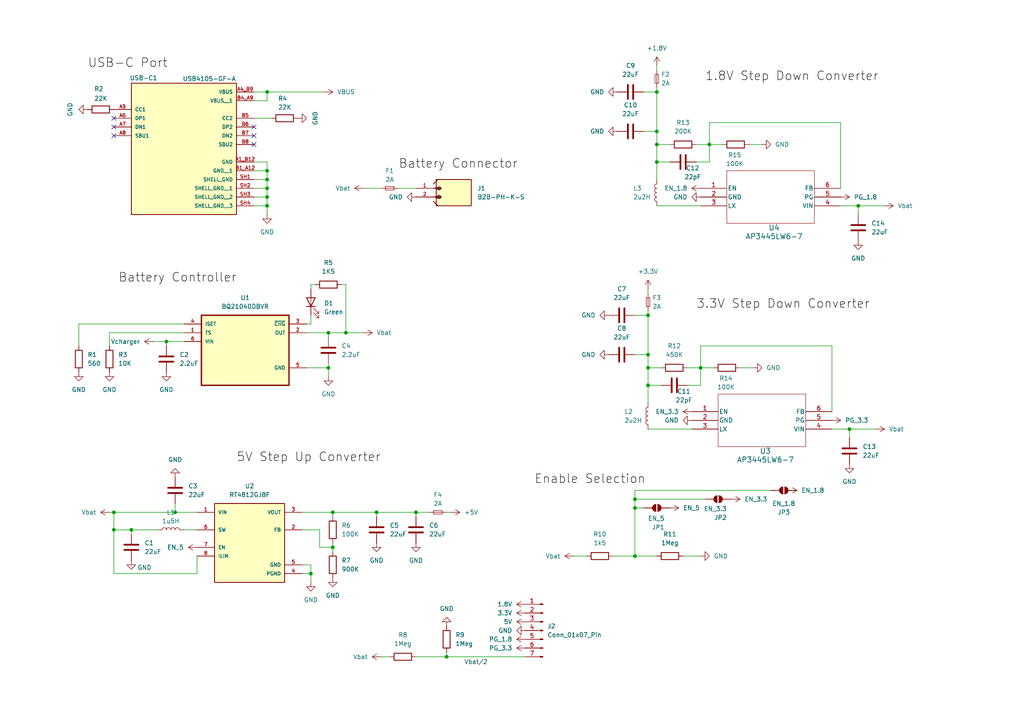
<source format=kicad_sch>
(kicad_sch (version 20250114) (generator "eeschema") (generator_version "9.0")
  (paper "A4")
  (lib_symbols
    (symbol "2025-11-28_22-50-25:AP3445LW6-7" (pin_names (offset 0.254))
      (property "Reference" "U" (at 20.32 10.16 0))
      (property "Value" "AP3445LW6-7" (at 20.32 7.62 0))
      (symbol "AP3445LW6-7_0_1"
        (polyline (pts (xy 7.62 5.08) (xy 7.62 -10.16)) (stroke (width 0.127)))
        (polyline (pts (xy 7.62 -10.16) (xy 33.02 -10.16)) (stroke (width 0.127)))
        (polyline (pts (xy 33.02 5.08) (xy 7.62 5.08)) (stroke (width 0.127)))
        (polyline (pts (xy 33.02 -10.16) (xy 33.02 5.08)) (stroke (width 0.127)))
        (pin input line (at 0 0 0) (length 7.62) (name "EN") (number "1"))
        (pin power_out line (at 0 -2.54 0) (length 7.62) (name "GND") (number "2"))
        (pin unspecified line (at 0 -5.08 0) (length 7.62) (name "LX") (number "3"))
        (pin unspecified line (at 40.64 0 180) (length 7.62) (name "FB") (number "6"))
        (pin output line (at 40.64 -2.54 180) (length 7.62) (name "PG") (number "5"))
        (pin input line (at 40.64 -5.08 180) (length 7.62) (name "VIN") (number "4"))
      )
    )
    (symbol "B2B-PH-K-S:B2B-PH-K-S" (pin_names (offset 1.016))
      (property "Reference" "J" (at -5.58 5.08 0))
      (property "Value" "B2B-PH-K-S" (at -5.08 -5.08 0))
      (symbol "B2B-PH-K-S_0_0"
        (polyline (pts (xy -5.08 3.81) (xy -3.81 5.08)) (stroke (width 0.254)))
        (polyline (pts (xy -5.08 2.54) (xy -3.175 2.54)) (stroke (width 0.254)))
        (polyline (pts (xy -5.08 0) (xy -3.175 0)) (stroke (width 0.254)))
        (polyline (pts (xy -5.08 -1.27) (xy -3.81 -2.54)) (stroke (width 0.254)))
        (rectangle (start -4.445 2.2225) (end -2.8575 2.8575) (stroke (width 0.1)) (fill (type outline)))
        (rectangle (start -4.445 -0.3175) (end -2.8575 0.3175) (stroke (width 0.1)) (fill (type outline)))
        (rectangle (start -4.2863 -2.54) (end 5.8738 5.08) (stroke (width 0.254)) (fill (type background)))
        (pin passive line (at -10.16 2.54 0) (length 5.08) (name "1") (number "1"))
        (pin passive line (at -10.16 0 0) (length 5.08) (name "2") (number "2"))
      )
    )
    (symbol "BQ21040DBVR:BQ21040DBVR" (pin_names (offset 1.016))
      (property "Reference" "U" (at -12.7 11.16 0))
      (property "Value" "BQ21040DBVR" (at -12.7 -14.16 0))
      (symbol "BQ21040DBVR_0_0"
        (rectangle (start -12.7 -10.16) (end 12.7 10.16) (stroke (width 0.41)) (fill (type background)))
        (pin input line (at -17.78 7.62 0) (length 5.08) (name "ISET") (number "4"))
        (pin input line (at -17.78 5.08 0) (length 5.08) (name "TS") (number "1"))
        (pin input line (at -17.78 2.54 0) (length 5.08) (name "VIN") (number "6"))
        (pin output line (at 17.78 7.62 180) (length 5.08) (name "~{CHG}") (number "3"))
        (pin output line (at 17.78 5.08 180) (length 5.08) (name "OUT") (number "2"))
        (pin power_in line (at 17.78 -5.08 180) (length 5.08) (name "GND") (number "5"))
      )
    )
    (symbol "Connector:Conn_01x07_Pin" (pin_names (offset 1.016) (hide yes))
      (property "Reference" "J" (at 0 10.16 0))
      (property "Value" "Conn_01x07_Pin" (at 0 -10.16 0))
      (symbol "Conn_01x07_Pin_1_1"
        (rectangle (start 0.8636 7.747) (end 0 7.493) (stroke (width 0.1524)) (fill (type outline)))
        (rectangle (start 0.8636 5.207) (end 0 4.953) (stroke (width 0.1524)) (fill (type outline)))
        (rectangle (start 0.8636 2.667) (end 0 2.413) (stroke (width 0.1524)) (fill (type outline)))
        (rectangle (start 0.8636 0.127) (end 0 -0.127) (stroke (width 0.1524)) (fill (type outline)))
        (rectangle (start 0.8636 -2.413) (end 0 -2.667) (stroke (width 0.1524)) (fill (type outline)))
        (rectangle (start 0.8636 -4.953) (end 0 -5.207) (stroke (width 0.1524)) (fill (type outline)))
        (rectangle (start 0.8636 -7.493) (end 0 -7.747) (stroke (width 0.1524)) (fill (type outline)))
        (polyline (pts (xy 1.27 7.62) (xy 0.8636 7.62)) (stroke (width 0.1524)))
        (polyline (pts (xy 1.27 5.08) (xy 0.8636 5.08)) (stroke (width 0.1524)))
        (polyline (pts (xy 1.27 2.54) (xy 0.8636 2.54)) (stroke (width 0.1524)))
        (polyline (pts (xy 1.27 0) (xy 0.8636 0)) (stroke (width 0.1524)))
        (polyline (pts (xy 1.27 -2.54) (xy 0.8636 -2.54)) (stroke (width 0.1524)))
        (polyline (pts (xy 1.27 -5.08) (xy 0.8636 -5.08)) (stroke (width 0.1524)))
        (polyline (pts (xy 1.27 -7.62) (xy 0.8636 -7.62)) (stroke (width 0.1524)))
        (pin passive line (at 5.08 7.62 180) (length 3.81) (name "Pin_1") (number "1"))
        (pin passive line (at 5.08 5.08 180) (length 3.81) (name "Pin_2") (number "2"))
        (pin passive line (at 5.08 2.54 180) (length 3.81) (name "Pin_3") (number "3"))
        (pin passive line (at 5.08 0 180) (length 3.81) (name "Pin_4") (number "4"))
        (pin passive line (at 5.08 -2.54 180) (length 3.81) (name "Pin_5") (number "5"))
        (pin passive line (at 5.08 -5.08 180) (length 3.81) (name "Pin_6") (number "6"))
        (pin passive line (at 5.08 -7.62 180) (length 3.81) (name "Pin_7") (number "7"))
      )
    )
    (symbol "Device:C" (pin_numbers (hide yes)) (pin_names (offset 0.254))
      (property "Reference" "C" (at 0.635 2.54 0))
      (property "Value" "C" (at 0.635 -2.54 0))
      (symbol "C_0_1"
        (polyline (pts (xy -2.032 0.762) (xy 2.032 0.762)) (stroke (width 0.508)))
        (polyline (pts (xy -2.032 -0.762) (xy 2.032 -0.762)) (stroke (width 0.508)))
      )
      (symbol "C_1_1"
        (pin passive line (at 0 3.81 270) (length 2.794) (name "~") (number "1"))
        (pin passive line (at 0 -3.81 90) (length 2.794) (name "~") (number "2"))
      )
    )
    (symbol "Device:Fuse_Small" (pin_numbers (hide yes)) (pin_names (offset 0.254) (hide yes))
      (property "Reference" "F" (at 0 -1.524 0))
      (property "Value" "Fuse_Small" (at 0 1.524 0))
      (symbol "Fuse_Small_0_1"
        (rectangle (start -1.27 0.508) (end 1.27 -0.508))
        (polyline (pts (xy -1.27 0) (xy 1.27 0)))
      )
      (symbol "Fuse_Small_1_1"
        (pin passive line (at -2.54 0 0) (length 1.27) (name "~") (number "1"))
        (pin passive line (at 2.54 0 180) (length 1.27) (name "~") (number "2"))
      )
    )
    (symbol "Device:L" (pin_numbers (hide yes)) (pin_names (offset 1.016) (hide yes))
      (property "Reference" "L" (at -1.27 0 90))
      (property "Value" "L" (at 1.905 0 90))
      (symbol "L_0_1"
        (arc (start 0 2.54) (mid 0.6323 1.905) (end 0 1.27))
        (arc (start 0 1.27) (mid 0.6323 0.635) (end 0 0))
        (arc (start 0 0) (mid 0.6323 -0.635) (end 0 -1.27))
        (arc (start 0 -1.27) (mid 0.6323 -1.905) (end 0 -2.54))
      )
      (symbol "L_1_1"
        (pin passive line (at 0 3.81 270) (length 1.27) (name "1") (number "1"))
        (pin passive line (at 0 -3.81 90) (length 1.27) (name "2") (number "2"))
      )
    )
    (symbol "Device:LED" (pin_numbers (hide yes)) (pin_names (offset 1.016) (hide yes))
      (property "Reference" "D" (at 0 2.54 0))
      (property "Value" "LED" (at 0 -2.54 0))
      (symbol "LED_0_1"
        (polyline (pts (xy -3.048 -0.762) (xy -4.572 -2.286) (xy -3.81 -2.286) (xy -4.572 -2.286) (xy -4.572 -1.524)))
        (polyline (pts (xy -1.778 -0.762) (xy -3.302 -2.286) (xy -2.54 -2.286) (xy -3.302 -2.286) (xy -3.302 -1.524)))
        (polyline (pts (xy -1.27 0) (xy 1.27 0)))
        (polyline (pts (xy -1.27 -1.27) (xy -1.27 1.27)) (stroke (width 0.254)))
        (polyline (pts (xy 1.27 -1.27) (xy 1.27 1.27) (xy -1.27 0) (xy 1.27 -1.27)) (stroke (width 0.254)))
      )
      (symbol "LED_1_1"
        (pin passive line (at -3.81 0 0) (length 2.54) (name "K") (number "1"))
        (pin passive line (at 3.81 0 180) (length 2.54) (name "A") (number "2"))
      )
    )
    (symbol "Device:R" (pin_numbers (hide yes)) (pin_names (offset 0))
      (property "Reference" "R" (at 2.032 0 90))
      (property "Value" "R" (at 0 0 90))
      (symbol "R_0_1"
        (rectangle (start -1.016 -2.54) (end 1.016 2.54) (stroke (width 0.254)))
      )
      (symbol "R_1_1"
        (pin passive line (at 0 3.81 270) (length 1.27) (name "~") (number "1"))
        (pin passive line (at 0 -3.81 90) (length 1.27) (name "~") (number "2"))
      )
    )
    (symbol "Jumper:SolderJumper_2_Open" (pin_numbers (hide yes)) (pin_names (offset 0) (hide yes)) (in_bom no)
      (property "Reference" "JP" (at 0 2.032 0))
      (property "Value" "SolderJumper_2_Open" (at 0 -2.54 0))
      (symbol "SolderJumper_2_Open_0_1"
        (polyline (pts (xy -0.254 1.016) (xy -0.254 -1.016)))
        (arc (start -0.254 -1.016) (mid -1.2656 0) (end -0.254 1.016))
        (arc (start -0.254 -1.016) (mid -1.2656 0) (end -0.254 1.016) (fill (type outline)))
        (arc (start 0.254 1.016) (mid 1.2656 0) (end 0.254 -1.016))
        (arc (start 0.254 1.016) (mid 1.2656 0) (end 0.254 -1.016) (fill (type outline)))
        (polyline (pts (xy 0.254 1.016) (xy 0.254 -1.016)))
      )
      (symbol "SolderJumper_2_Open_1_1"
        (pin passive line (at -3.81 0 0) (length 2.54) (name "A") (number "1"))
        (pin passive line (at 3.81 0 180) (length 2.54) (name "B") (number "2"))
      )
    )
    (symbol "RT4812GJ8F:RT4812GJ8F" (pin_names (offset 1.016))
      (property "Reference" "U" (at -10.16 11.43 0))
      (property "Value" "RT4812GJ8F" (at -10.16 -15.24 0))
      (symbol "RT4812GJ8F_0_0"
        (rectangle (start -10.16 -12.7) (end 10.16 10.16) (stroke (width 0.254)) (fill (type background)))
        (pin input line (at -15.24 7.62 0) (length 5.08) (name "VIN") (number "1"))
        (pin passive line (at -15.24 2.54 0) (length 5.08) (name "SW") (number "6"))
        (pin input line (at -15.24 -2.54 0) (length 5.08) (name "EN") (number "7"))
        (pin input line (at -15.24 -5.08 0) (length 5.08) (name "ILIM") (number "8"))
        (pin output line (at 15.24 7.62 180) (length 5.08) (name "VOUT") (number "3"))
        (pin input line (at 15.24 2.54 180) (length 5.08) (name "FB") (number "2"))
        (pin power_in line (at 15.24 -7.62 180) (length 5.08) (name "GND") (number "5"))
        (pin power_in line (at 15.24 -10.16 180) (length 5.08) (name "PGND") (number "4"))
      )
    )
    (symbol "USB4105-GF-A-120:USB4105-GF-A-120" (pin_names (offset 1.016))
      (property "Reference" "J" (at -15.24 13.97 0))
      (property "Value" "USB4105-GF-A-120" (at -15.24 -27.94 0))
      (symbol "USB4105-GF-A-120_0_0"
        (rectangle (start -15.24 -25.4) (end 15.24 12.7) (stroke (width 0.254)) (fill (type background)))
        (pin bidirectional line (at -20.32 5.08 0) (length 5.08) (name "CC1") (number "A5"))
        (pin bidirectional line (at -20.32 2.54 0) (length 5.08) (name "DP1") (number "A6"))
        (pin bidirectional line (at -20.32 0 0) (length 5.08) (name "DN1") (number "A7"))
        (pin bidirectional line (at -20.32 -2.54 0) (length 5.08) (name "SBU1") (number "A8"))
        (pin power_in line (at 20.32 10.16 180) (length 5.08) (name "VBUS") (number "A4_B9"))
        (pin power_in line (at 20.32 7.62 180) (length 5.08) (name "VBUS__1") (number "B4_A9"))
        (pin bidirectional line (at 20.32 2.54 180) (length 5.08) (name "CC2") (number "B5"))
        (pin bidirectional line (at 20.32 0 180) (length 5.08) (name "DP2") (number "B6"))
        (pin bidirectional line (at 20.32 -2.54 180) (length 5.08) (name "DN2") (number "B7"))
        (pin bidirectional line (at 20.32 -5.08 180) (length 5.08) (name "SBU2") (number "B8"))
        (pin power_in line (at 20.32 -10.16 180) (length 5.08) (name "GND") (number "A1_B12"))
        (pin power_in line (at 20.32 -12.7 180) (length 5.08) (name "GND__1") (number "B1_A12"))
        (pin power_in line (at 20.32 -15.24 180) (length 5.08) (name "SHELL_GND") (number "SH1"))
        (pin power_in line (at 20.32 -17.78 180) (length 5.08) (name "SHELL_GND__1") (number "SH2"))
        (pin power_in line (at 20.32 -20.32 180) (length 5.08) (name "SHELL_GND__2") (number "SH3"))
        (pin power_in line (at 20.32 -22.86 180) (length 5.08) (name "SHELL_GND__3") (number "SH4"))
      )
    )
    (symbol "power:+3.3V" (power) (pin_numbers (hide yes)) (pin_names (offset 0) (hide yes))
      (property "Value" "+3.3V" (at 0 3.556 0))
      (symbol "+3.3V_0_1"
        (polyline (pts (xy -0.762 1.27) (xy 0 2.54)))
        (polyline (pts (xy 0 2.54) (xy 0.762 1.27)))
        (polyline (pts (xy 0 0) (xy 0 2.54)))
      )
      (symbol "+3.3V_1_1"
        (pin power_in line (at 0 0 90) (length 0) (name "~") (number "1"))
      )
    )
    (symbol "power:GND" (power) (pin_numbers (hide yes)) (pin_names (offset 0) (hide yes))
      (property "Value" "GND" (at 0 -3.81 0))
      (symbol "GND_0_1"
        (polyline (pts (xy 0 0) (xy 0 -1.27) (xy 1.27 -1.27) (xy 0 -2.54) (xy -1.27 -1.27) (xy 0 -1.27)))
      )
      (symbol "GND_1_1"
        (pin power_in line (at 0 0 270) (length 0) (name "~") (number "1"))
      )
    )
    (symbol "power:VBUS" (power) (pin_numbers (hide yes)) (pin_names (offset 0) (hide yes))
      (property "Value" "VBUS" (at 0 3.556 0))
      (symbol "VBUS_0_1"
        (polyline (pts (xy -0.762 1.27) (xy 0 2.54)))
        (polyline (pts (xy 0 2.54) (xy 0.762 1.27)))
        (polyline (pts (xy 0 0) (xy 0 2.54)))
      )
      (symbol "VBUS_1_1"
        (pin power_in line (at 0 0 90) (length 0) (name "~") (number "1"))
      )
    )
  )
  (junction (at 187.96 102.87))
  (junction (at 184.15 161.29))
  (junction (at 246.38 124.46))
  (junction (at 187.96 111.76))
  (junction (at 38.1 153.67))
  (junction (at 33.02 153.67))
  (junction (at 190.5 41.91))
  (junction (at 96.52 158.75))
  (junction (at 203.2 106.68))
  (junction (at 33.02 148.59))
  (junction (at 190.5 46.99))
  (junction (at 50.8 148.59))
  (junction (at 77.47 49.53))
  (junction (at 96.52 148.59))
  (junction (at 184.15 147.32))
  (junction (at 77.47 54.61))
  (junction (at 77.47 57.15))
  (junction (at 187.96 91.44))
  (junction (at 48.26 99.06))
  (junction (at 190.5 38.1))
  (junction (at 77.47 26.67))
  (junction (at 100.33 96.52))
  (junction (at 109.22 148.59))
  (junction (at 248.92 59.69))
  (junction (at 120.65 148.59))
  (junction (at 77.47 59.69))
  (junction (at 184.15 144.78))
  (junction (at 95.25 96.52))
  (junction (at 205.74 41.91))
  (junction (at 187.96 106.68))
  (junction (at 190.5 26.67))
  (junction (at 90.17 166.37))
  (junction (at 77.47 52.07))
  (junction (at 129.54 190.5))
  (junction (at 95.25 106.68))
  (no_connect (at 33.02 36.83))
  (no_connect (at 73.66 41.91))
  (no_connect (at 33.02 39.37))
  (no_connect (at 33.02 34.29))
  (no_connect (at 73.66 36.83))
  (no_connect (at 73.66 39.37))
  (wire (pts (xy 91.44 82.55) (xy 90.17 82.55)))
  (wire (pts (xy 184.15 102.87) (xy 187.96 102.87)))
  (wire (pts (xy 22.86 93.98) (xy 53.34 93.98)))
  (wire (pts (xy 78.74 34.29) (xy 73.66 34.29)))
  (wire (pts (xy 187.96 90.17) (xy 187.96 91.44)))
  (wire (pts (xy 95.25 96.52) (xy 95.25 97.79)))
  (wire (pts (xy 88.9 106.68) (xy 95.25 106.68)))
  (wire (pts (xy 187.96 106.68) (xy 187.96 102.87)))
  (wire (pts (xy 199.39 111.76) (xy 203.2 111.76)))
  (wire (pts (xy 110.49 190.5) (xy 113.03 190.5)))
  (wire (pts (xy 33.02 148.59) (xy 33.02 153.67)))
  (wire (pts (xy 243.84 35.56) (xy 205.74 35.56)))
  (wire (pts (xy 57.15 148.59) (xy 50.8 148.59)))
  (wire (pts (xy 77.47 26.67) (xy 93.98 26.67)))
  (wire (pts (xy 241.3 100.33) (xy 203.2 100.33)))
  (wire (pts (xy 190.5 59.69) (xy 203.2 59.69)))
  (wire (pts (xy 96.52 157.48) (xy 96.52 158.75)))
  (wire (pts (xy 38.1 153.67) (xy 38.1 154.94)))
  (wire (pts (xy 214.63 106.68) (xy 218.44 106.68)))
  (wire (pts (xy 105.41 54.61) (xy 110.49 54.61)))
  (wire (pts (xy 87.63 153.67) (xy 92.71 153.67)))
  (wire (pts (xy 77.47 49.53) (xy 77.47 52.07)))
  (wire (pts (xy 33.02 148.59) (xy 50.8 148.59)))
  (wire (pts (xy 184.15 147.32) (xy 184.15 161.29)))
  (wire (pts (xy 57.15 166.37) (xy 57.15 161.29)))
  (wire (pts (xy 77.47 54.61) (xy 77.47 57.15)))
  (wire (pts (xy 205.74 41.91) (xy 209.55 41.91)))
  (wire (pts (xy 199.39 106.68) (xy 203.2 106.68)))
  (wire (pts (xy 95.25 96.52) (xy 100.33 96.52)))
  (wire (pts (xy 241.3 100.33) (xy 241.3 119.38)))
  (wire (pts (xy 31.75 148.59) (xy 33.02 148.59)))
  (wire (pts (xy 96.52 158.75) (xy 96.52 160.02)))
  (wire (pts (xy 50.8 148.59) (xy 50.8 146.05)))
  (wire (pts (xy 190.5 41.91) (xy 190.5 38.1)))
  (wire (pts (xy 53.34 96.52) (xy 31.75 96.52)))
  (wire (pts (xy 190.5 41.91) (xy 194.31 41.91)))
  (wire (pts (xy 73.66 29.21) (xy 77.47 29.21)))
  (wire (pts (xy 87.63 166.37) (xy 90.17 166.37)))
  (wire (pts (xy 203.2 106.68) (xy 207.01 106.68)))
  (wire (pts (xy 186.69 38.1) (xy 190.5 38.1)))
  (wire (pts (xy 243.84 35.56) (xy 243.84 54.61)))
  (wire (pts (xy 100.33 96.52) (xy 105.41 96.52)))
  (wire (pts (xy 129.54 148.59) (xy 130.81 148.59)))
  (wire (pts (xy 77.47 29.21) (xy 77.47 26.67)))
  (wire (pts (xy 184.15 161.29) (xy 190.5 161.29)))
  (wire (pts (xy 198.12 161.29) (xy 203.2 161.29)))
  (wire (pts (xy 190.5 26.67) (xy 190.5 38.1)))
  (wire (pts (xy 120.65 148.59) (xy 124.46 148.59)))
  (wire (pts (xy 109.22 148.59) (xy 120.65 148.59)))
  (wire (pts (xy 187.96 111.76) (xy 187.96 116.84)))
  (wire (pts (xy 205.74 46.99) (xy 205.74 41.91)))
  (wire (pts (xy 90.17 93.98) (xy 88.9 93.98)))
  (wire (pts (xy 231.14 142.24) (xy 228.6 142.24)))
  (wire (pts (xy 190.5 46.99) (xy 194.31 46.99)))
  (wire (pts (xy 203.2 100.33) (xy 203.2 106.68)))
  (wire (pts (xy 190.5 41.91) (xy 190.5 46.99)))
  (wire (pts (xy 44.45 99.06) (xy 48.26 99.06)))
  (wire (pts (xy 90.17 91.44) (xy 90.17 93.98)))
  (wire (pts (xy 96.52 148.59) (xy 109.22 148.59)))
  (wire (pts (xy 184.15 147.32) (xy 186.69 147.32)))
  (wire (pts (xy 95.25 106.68) (xy 95.25 105.41)))
  (wire (pts (xy 109.22 148.59) (xy 109.22 149.86)))
  (wire (pts (xy 33.02 166.37) (xy 57.15 166.37)))
  (wire (pts (xy 184.15 144.78) (xy 204.47 144.78)))
  (wire (pts (xy 187.96 91.44) (xy 184.15 91.44)))
  (wire (pts (xy 95.25 106.68) (xy 95.25 109.22)))
  (wire (pts (xy 99.06 82.55) (xy 100.33 82.55)))
  (wire (pts (xy 187.96 111.76) (xy 191.77 111.76)))
  (wire (pts (xy 120.65 190.5) (xy 129.54 190.5)))
  (wire (pts (xy 184.15 144.78) (xy 184.15 142.24)))
  (wire (pts (xy 187.96 106.68) (xy 187.96 111.76)))
  (wire (pts (xy 73.66 57.15) (xy 77.47 57.15)))
  (wire (pts (xy 201.93 41.91) (xy 205.74 41.91)))
  (wire (pts (xy 100.33 82.55) (xy 100.33 96.52)))
  (wire (pts (xy 201.93 46.99) (xy 205.74 46.99)))
  (wire (pts (xy 73.66 49.53) (xy 77.47 49.53)))
  (wire (pts (xy 120.65 148.59) (xy 120.65 149.86)))
  (wire (pts (xy 53.34 153.67) (xy 57.15 153.67)))
  (wire (pts (xy 115.57 54.61) (xy 120.65 54.61)))
  (wire (pts (xy 187.96 106.68) (xy 191.77 106.68)))
  (wire (pts (xy 184.15 147.32) (xy 184.15 144.78)))
  (wire (pts (xy 248.92 59.69) (xy 248.92 62.23)))
  (wire (pts (xy 87.63 148.59) (xy 96.52 148.59)))
  (wire (pts (xy 77.47 59.69) (xy 77.47 62.23)))
  (wire (pts (xy 190.5 26.67) (xy 186.69 26.67)))
  (wire (pts (xy 243.84 59.69) (xy 248.92 59.69)))
  (wire (pts (xy 38.1 153.67) (xy 45.72 153.67)))
  (wire (pts (xy 217.17 41.91) (xy 220.98 41.91)))
  (wire (pts (xy 92.71 158.75) (xy 96.52 158.75)))
  (wire (pts (xy 90.17 166.37) (xy 90.17 163.83)))
  (wire (pts (xy 246.38 124.46) (xy 254 124.46)))
  (wire (pts (xy 241.3 124.46) (xy 246.38 124.46)))
  (wire (pts (xy 33.02 153.67) (xy 38.1 153.67)))
  (wire (pts (xy 22.86 100.33) (xy 22.86 93.98)))
  (wire (pts (xy 77.47 52.07) (xy 77.47 54.61)))
  (wire (pts (xy 205.74 35.56) (xy 205.74 41.91)))
  (wire (pts (xy 177.8 161.29) (xy 184.15 161.29)))
  (wire (pts (xy 166.37 161.29) (xy 170.18 161.29)))
  (wire (pts (xy 48.26 99.06) (xy 48.26 100.33)))
  (wire (pts (xy 73.66 46.99) (xy 77.47 46.99)))
  (wire (pts (xy 31.75 96.52) (xy 31.75 100.33)))
  (wire (pts (xy 92.71 153.67) (xy 92.71 158.75)))
  (wire (pts (xy 190.5 46.99) (xy 190.5 52.07)))
  (wire (pts (xy 33.02 153.67) (xy 33.02 166.37)))
  (wire (pts (xy 73.66 59.69) (xy 77.47 59.69)))
  (wire (pts (xy 248.92 59.69) (xy 256.54 59.69)))
  (wire (pts (xy 187.96 85.09) (xy 187.96 83.82)))
  (wire (pts (xy 246.38 124.46) (xy 246.38 127)))
  (wire (pts (xy 77.47 46.99) (xy 77.47 49.53)))
  (wire (pts (xy 129.54 190.5) (xy 152.4 190.5)))
  (wire (pts (xy 187.96 124.46) (xy 200.66 124.46)))
  (wire (pts (xy 90.17 166.37) (xy 90.17 168.91)))
  (wire (pts (xy 88.9 96.52) (xy 95.25 96.52)))
  (wire (pts (xy 53.34 99.06) (xy 48.26 99.06)))
  (wire (pts (xy 90.17 82.55) (xy 90.17 83.82)))
  (wire (pts (xy 77.47 57.15) (xy 77.47 59.69)))
  (wire (pts (xy 73.66 52.07) (xy 77.47 52.07)))
  (wire (pts (xy 187.96 91.44) (xy 187.96 102.87)))
  (wire (pts (xy 190.5 20.32) (xy 190.5 19.05)))
  (wire (pts (xy 96.52 148.59) (xy 96.52 149.86)))
  (wire (pts (xy 77.47 26.67) (xy 73.66 26.67)))
  (wire (pts (xy 73.66 54.61) (xy 77.47 54.61)))
  (wire (pts (xy 129.54 190.5) (xy 129.54 189.23)))
  (wire (pts (xy 203.2 111.76) (xy 203.2 106.68)))
  (wire (pts (xy 87.63 163.83) (xy 90.17 163.83)))
  (wire (pts (xy 190.5 25.4) (xy 190.5 26.67)))
  (wire (pts (xy 184.15 142.24) (xy 223.52 142.24)))
  (label "Vbat{slash}2" (at 134.62 193.04 0))
  (label "Battery Controller" (at 34.29 82.55 0) (effects (font (size 2.54 2.54))))
  (label "USB-C Port" (at 25.4 20.32 0) (effects (font (size 2.54 2.54))))
  (label "3.3V Step Down Converter" (at 201.93 90.17 0) (effects (font (size 2.54 2.54))))
  (label "5V Step Up Converter" (at 68.58 134.62 0) (effects (font (size 2.54 2.54))))
  (label "1.8V Step Down Converter" (at 204.47 24.13 0) (effects (font (size 2.54 2.54))))
  (label "Enable Selection" (at 154.94 140.97 0) (effects (font (size 2.54 2.54))))
  (label "Battery Connector" (at 115.57 49.53 0) (effects (font (size 2.54 2.54))))
  (symbol (lib_id "Device:C") (at 195.58 111.76 90) (unit 1)
    (property "Reference" "C11" (at 198.374 113.538 90))
    (property "Value" "22pF" (at 198.374 116.078 90))
    (property "Footprint" "Capacitor_SMD:C_0805_2012Metric" (effects (hide yes)))
    (property "Description" "Unpolarized capacitor" (effects (hide yes)))
  )
  (symbol (lib_id "Device:R") (at 195.58 106.68 270) (unit 1)
    (property "Reference" "R12" (at 195.58 100.33 90))
    (property "Value" "450K" (at 195.58 102.87 90))
    (property "Footprint" "Resistor_SMD:R_0805_2012Metric" (effects (hide yes)))
    (property "Description" "Resistor" (effects (hide yes)))
  )
  (symbol (lib_id "Jumper:SolderJumper_2_Open") (at 190.5 147.32 180) (unit 1) (in_bom no)
    (property "Reference" "JP1" (at 192.786 152.908 0) (effects (justify left)))
    (property "Value" "EN_5" (at 192.786 150.368 0) (effects (justify left)))
    (property "Footprint" "Jumper:SolderJumper-2_P1.3mm_Open_Pad1.0x1.5mm" (effects (hide yes)))
    (property "Description" "Solder Jumper, 2-pole, open" (effects (hide yes)))
  )
  (symbol (lib_id "power:VBUS") (at 166.37 161.29 90) (unit 1)
    (property "Reference" "#PWR030" (effects (hide yes)))
    (property "Value" "Vbat" (at 162.56 161.2899 90) (effects (justify left)))
    (property "Description" "Power symbol creates a global label with name \"VBUS\"" (effects (hide yes)))
  )
  (symbol (lib_id "power:GND") (at 179.07 26.67 270) (unit 1)
    (property "Reference" "#PWR033" (effects (hide yes)))
    (property "Value" "GND" (at 175.26 26.6699 90) (effects (justify right)))
    (property "Description" "Power symbol creates a global label with name \"GND\" , ground" (effects (hide yes)))
  )
  (symbol (lib_id "power:GND") (at 203.2 57.15 270) (unit 1)
    (property "Reference" "#PWR041" (effects (hide yes)))
    (property "Value" "GND" (at 199.39 57.1499 90) (effects (justify right)))
    (property "Description" "Power symbol creates a global label with name \"GND\" , ground" (effects (hide yes)))
  )
  (symbol (lib_id "power:VBUS") (at 93.98 26.67 270) (unit 1)
    (property "Reference" "#PWR013" (effects (hide yes)))
    (property "Value" "VBUS" (at 97.79 26.6699 90) (effects (justify left)))
    (property "Description" "Power symbol creates a global label with name \"VBUS\"" (effects (hide yes)))
  )
  (symbol (lib_id "Connector:Conn_01x07_Pin") (at 157.48 182.88 0) (mirror y) (unit 1)
    (property "Reference" "J2" (at 158.75 181.6099 0) (effects (justify right)))
    (property "Value" "Conn_01x07_Pin" (at 158.75 184.1499 0) (effects (justify right)))
    (property "Description" "Generic connector, single row, 01x07, script generated" (effects (hide yes)))
  )
  (symbol (lib_id "Device:C") (at 180.34 102.87 90) (unit 1)
    (property "Reference" "C8" (at 180.34 95.25 90))
    (property "Value" "22uF" (at 180.34 97.79 90))
    (property "Footprint" "Capacitor_SMD:C_0805_2012Metric" (effects (hide yes)))
    (property "Description" "Unpolarized capacitor" (effects (hide yes)))
  )
  (symbol (lib_id "power:GND") (at 152.4 182.88 270) (unit 1)
    (property "Reference" "#PWR027" (effects (hide yes)))
    (property "Value" "GND" (at 148.59 182.8799 90) (effects (justify right)))
    (property "Description" "Power symbol creates a global label with name \"GND\" , ground" (effects (hide yes)))
  )
  (symbol (lib_id "power:GND") (at 77.47 62.23 0) (unit 1)
    (property "Reference" "#PWR010" (effects (hide yes)))
    (property "Value" "GND" (at 77.47 67.31 0))
    (property "Description" "Power symbol creates a global label with name \"GND\" , ground" (effects (hide yes)))
  )
  (symbol (lib_id "Jumper:SolderJumper_2_Open") (at 227.33 142.24 0) (mirror y) (unit 1) (in_bom no)
    (property "Reference" "JP3" (at 227.33 148.59 0))
    (property "Value" "EN_1.8" (at 227.33 146.05 0))
    (property "Footprint" "Jumper:SolderJumper-2_P1.3mm_Open_Pad1.0x1.5mm" (effects (hide yes)))
    (property "Description" "Solder Jumper, 2-pole, open" (effects (hide yes)))
  )
  (symbol (lib_id "power:VBUS") (at 256.54 59.69 270) (unit 1)
    (property "Reference" "#PWR052" (effects (hide yes)))
    (property "Value" "Vbat" (at 260.35 59.6899 90) (effects (justify left)))
    (property "Description" "Power symbol creates a global label with name \"VBUS\"" (effects (hide yes)))
  )
  (symbol (lib_id "Device:C") (at 198.12 46.99 90) (unit 1)
    (property "Reference" "C12" (at 200.914 48.768 90))
    (property "Value" "22pF" (at 200.914 51.308 90))
    (property "Footprint" "Capacitor_SMD:C_0805_2012Metric" (effects (hide yes)))
    (property "Description" "Unpolarized capacitor" (effects (hide yes)))
  )
  (symbol (lib_id "power:VBUS") (at 243.84 57.15 270) (unit 1)
    (property "Reference" "#PWR048" (effects (hide yes)))
    (property "Value" "PG_1.8" (at 247.65 57.1499 90) (effects (justify left)))
    (property "Description" "Power symbol creates a global label with name \"VBUS\"" (effects (hide yes)))
  )
  (symbol (lib_id "Device:L") (at 190.5 55.88 0) (mirror y) (unit 1)
    (property "Reference" "L3" (at 183.642 54.61 0) (effects (justify right)))
    (property "Value" "2u2H" (at 183.642 57.15 0) (effects (justify right)))
    (property "Footprint" "Inductor_SMD:L_1210_3225Metric" (effects (hide yes)))
    (property "Description" "Inductor" (effects (hide yes)))
  )
  (symbol (lib_id "power:VBUS") (at 152.4 175.26 90) (unit 1)
    (property "Reference" "#PWR024" (effects (hide yes)))
    (property "Value" "1.8V" (at 148.59 175.2599 90) (effects (justify left)))
    (property "Description" "Power symbol creates a global label with name \"VBUS\"" (effects (hide yes)))
  )
  (symbol (lib_id "power:VBUS") (at 105.41 96.52 270) (unit 1)
    (property "Reference" "#PWR016" (effects (hide yes)))
    (property "Value" "Vbat" (at 109.22 96.5199 90) (effects (justify left)))
    (property "Description" "Power symbol creates a global label with name \"VBUS\"" (effects (hide yes)))
  )
  (symbol (lib_id "power:VBUS") (at 200.66 119.38 90) (unit 1)
    (property "Reference" "#PWR038" (effects (hide yes)))
    (property "Value" "EN_3.3" (at 196.85 119.3799 90) (effects (justify left)))
    (property "Description" "Power symbol creates a global label with name \"VBUS\"" (effects (hide yes)))
  )
  (symbol (lib_id "Device:C") (at 246.38 130.81 0) (unit 1)
    (property "Reference" "C13" (at 250.19 129.5399 0) (effects (justify left)))
    (property "Value" "22uF" (at 250.19 132.0799 0) (effects (justify left)))
    (property "Footprint" "Capacitor_SMD:C_0805_2012Metric" (effects (hide yes)))
    (property "Description" "Unpolarized capacitor" (effects (hide yes)))
  )
  (symbol (lib_id "power:GND") (at 248.92 69.85 0) (unit 1)
    (property "Reference" "#PWR050" (effects (hide yes)))
    (property "Value" "GND" (at 248.92 74.93 0))
    (property "Description" "Power symbol creates a global label with name \"GND\" , ground" (effects (hide yes)))
  )
  (symbol (lib_id "Device:C") (at 50.8 142.24 0) (unit 1)
    (property "Reference" "C3" (at 54.61 140.9699 0) (effects (justify left)))
    (property "Value" "22uF" (at 54.61 143.5099 0) (effects (justify left)))
    (property "Footprint" "Capacitor_SMD:C_0805_2012Metric" (effects (hide yes)))
    (property "Description" "Unpolarized capacitor" (effects (hide yes)))
  )
  (symbol (lib_id "BQ21040DBVR:BQ21040DBVR") (at 71.12 101.6 0) (unit 1)
    (property "Reference" "U1" (at 71.12 86.36 0))
    (property "Value" "BQ21040DBVR" (at 71.12 88.9 0))
    (property "Footprint" "BQ21040DBVR:SOT95P280X145-6N" (effects (hide yes)))
  )
  (symbol (lib_id "Device:L") (at 49.53 153.67 90) (unit 1)
    (property "Reference" "L1" (at 49.53 148.59 90))
    (property "Value" "1u5H" (at 49.53 151.13 90))
    (property "Footprint" "SPM6530T_1R5M100:IND_SPM6530T-1R5M100" (effects (hide yes)))
    (property "Description" "Inductor" (effects (hide yes)))
  )
  (symbol (lib_id "power:GND") (at 22.86 107.95 0) (unit 1)
    (property "Reference" "#PWR01" (effects (hide yes)))
    (property "Value" "GND" (at 22.86 113.03 0))
    (property "Description" "Power symbol creates a global label with name \"GND\" , ground" (effects (hide yes)))
  )
  (symbol (lib_id "Device:R") (at 95.25 82.55 90) (unit 1)
    (property "Reference" "R5" (at 95.25 76.2 90))
    (property "Value" "1K5" (at 95.25 78.74 90))
    (property "Footprint" "Resistor_SMD:R_0805_2012Metric" (effects (hide yes)))
    (property "Description" "Resistor" (effects (hide yes)))
  )
  (symbol (lib_id "power:GND") (at 220.98 41.91 90) (unit 1)
    (property "Reference" "#PWR045" (effects (hide yes)))
    (property "Value" "GND" (at 224.79 41.9099 90) (effects (justify right)))
    (property "Description" "Power symbol creates a global label with name \"GND\" , ground" (effects (hide yes)))
  )
  (symbol (lib_id "Device:R") (at 173.99 161.29 90) (unit 1)
    (property "Reference" "R10" (at 173.99 154.94 90))
    (property "Value" "1k5" (at 173.99 157.48 90))
    (property "Footprint" "Resistor_SMD:R_0805_2012Metric" (effects (hide yes)))
    (property "Description" "Resistor" (effects (hide yes)))
  )
  (symbol (lib_id "RT4812GJ8F:RT4812GJ8F") (at 72.39 156.21 0) (unit 1)
    (property "Reference" "U2" (at 72.39 140.97 0))
    (property "Value" "RT4812GJ8F" (at 72.39 143.51 0))
    (property "Footprint" "RT4812GJ8F:SOT65P279X100-8N" (effects (hide yes)))
    (property "PARTREV" "March 2019" (effects (hide yes)))
    (property "STANDARD" "IPC 7351B" (effects (hide yes)))
    (property "MAXIMUM_PACKAGE_HEIGHT" "1.0 mm" (effects (hide yes)))
    (property "MANUFACTURER" "Richtek Technology" (effects (hide yes)))
  )
  (symbol (lib_id "Device:C") (at 38.1 158.75 0) (unit 1)
    (property "Reference" "C1" (at 41.91 157.4799 0) (effects (justify left)))
    (property "Value" "22uF" (at 41.91 160.0199 0) (effects (justify left)))
    (property "Footprint" "Capacitor_SMD:C_0805_2012Metric" (effects (hide yes)))
    (property "Description" "Unpolarized capacitor" (effects (hide yes)))
  )
  (symbol (lib_id "power:VBUS") (at 254 124.46 270) (unit 1)
    (property "Reference" "#PWR051" (effects (hide yes)))
    (property "Value" "Vbat" (at 257.81 124.4599 90) (effects (justify left)))
    (property "Description" "Power symbol creates a global label with name \"VBUS\"" (effects (hide yes)))
  )
  (symbol (lib_id "Device:R") (at 29.21 31.75 270) (unit 1)
    (property "Reference" "R2" (at 27.305 25.781 90) (effects (justify left)))
    (property "Value" "22K" (at 27.305 28.575 90) (effects (justify left)))
    (property "Footprint" "Resistor_SMD:R_0805_2012Metric" (effects (hide yes)))
    (property "Description" "Resistor" (effects (hide yes)))
  )
  (symbol (lib_id "Device:C") (at 95.25 101.6 0) (unit 1)
    (property "Reference" "C4" (at 99.06 100.3299 0) (effects (justify left)))
    (property "Value" "2.2uF" (at 99.06 102.8699 0) (effects (justify left)))
    (property "Footprint" "Capacitor_SMD:C_0805_2012Metric" (effects (hide yes)))
    (property "Description" "Unpolarized capacitor" (effects (hide yes)))
  )
  (symbol (lib_id "Device:L") (at 187.96 120.65 0) (mirror y) (unit 1)
    (property "Reference" "L2" (at 181.102 119.38 0) (effects (justify right)))
    (property "Value" "2u2H" (at 181.102 121.92 0) (effects (justify right)))
    (property "Footprint" "Inductor_SMD:L_1210_3225Metric" (effects (hide yes)))
    (property "Description" "Inductor" (effects (hide yes)))
  )
  (symbol (lib_id "Device:R") (at 194.31 161.29 90) (unit 1)
    (property "Reference" "R11" (at 194.31 154.94 90))
    (property "Value" "1Meg" (at 194.31 157.48 90))
    (property "Footprint" "Resistor_SMD:R_0805_2012Metric" (effects (hide yes)))
    (property "Description" "Resistor" (effects (hide yes)))
  )
  (symbol (lib_id "power:GND") (at 109.22 157.48 0) (unit 1)
    (property "Reference" "#PWR017" (effects (hide yes)))
    (property "Value" "GND" (at 109.22 162.56 0))
    (property "Description" "Power symbol creates a global label with name \"GND\" , ground" (effects (hide yes)))
  )
  (symbol (lib_id "power:GND") (at 96.52 167.64 0) (unit 1)
    (property "Reference" "#PWR015" (effects (hide yes)))
    (property "Value" "GND" (at 96.52 172.72 0))
    (property "Description" "Power symbol creates a global label with name \"GND\" , ground" (effects (hide yes)))
  )
  (symbol (lib_id "power:+3.3V") (at 190.5 19.05 0) (unit 1)
    (property "Reference" "#PWR036" (effects (hide yes)))
    (property "Value" "+1.8V" (at 190.5 13.97 0))
    (property "Description" "Power symbol creates a global label with name \"+3.3V\"" (effects (hide yes)))
  )
  (symbol (lib_id "power:VBUS") (at 110.49 190.5 90) (unit 1)
    (property "Reference" "#PWR018" (effects (hide yes)))
    (property "Value" "Vbat" (at 106.68 190.4999 90) (effects (justify left)))
    (property "Description" "Power symbol creates a global label with name \"VBUS\"" (effects (hide yes)))
  )
  (symbol (lib_id "power:VBUS") (at 152.4 177.8 90) (unit 1)
    (property "Reference" "#PWR025" (effects (hide yes)))
    (property "Value" "3.3V" (at 148.59 177.7999 90) (effects (justify left)))
    (property "Description" "Power symbol creates a global label with name \"VBUS\"" (effects (hide yes)))
  )
  (symbol (lib_id "power:GND") (at 120.65 57.15 270) (unit 1)
    (property "Reference" "#PWR020" (effects (hide yes)))
    (property "Value" "GND" (at 116.84 57.1499 90) (effects (justify right)))
    (property "Description" "Power symbol creates a global label with name \"GND\" , ground" (effects (hide yes)))
  )
  (symbol (lib_id "Device:R") (at 22.86 104.14 0) (unit 1)
    (property "Reference" "R1" (at 25.4 102.8699 0) (effects (justify left)))
    (property "Value" "560" (at 25.4 105.4099 0) (effects (justify left)))
    (property "Footprint" "Resistor_SMD:R_0805_2012Metric" (effects (hide yes)))
    (property "Description" "Resistor" (effects (hide yes)))
  )
  (symbol (lib_id "2025-11-28_22-50-25:AP3445LW6-7") (at 200.66 119.38 0) (unit 1)
    (property "Reference" "U3" (at 221.996 130.81 0) (effects (font (size 1.524 1.524))))
    (property "Value" "AP3445LW6-7" (at 221.996 133.35 0) (effects (font (size 1.524 1.524))))
    (property "Footprint" "footprints:SOT26_AP3445_DIO" (effects (hide yes)))
    (property "Datasheet" "AP3445LW6-7" (effects (hide yes)))
  )
  (symbol (lib_id "power:VBUS") (at 57.15 158.75 90) (unit 1)
    (property "Reference" "#PWR09" (effects (hide yes)))
    (property "Value" "EN_5" (at 53.34 158.7499 90) (effects (justify left)))
    (property "Description" "Power symbol creates a global label with name \"VBUS\"" (effects (hide yes)))
  )
  (symbol (lib_id "power:GND") (at 218.44 106.68 90) (unit 1)
    (property "Reference" "#PWR044" (effects (hide yes)))
    (property "Value" "GND" (at 222.25 106.6799 90) (effects (justify right)))
    (property "Description" "Power symbol creates a global label with name \"GND\" , ground" (effects (hide yes)))
  )
  (symbol (lib_id "Device:C") (at 120.65 153.67 0) (unit 1)
    (property "Reference" "C6" (at 124.46 152.3999 0) (effects (justify left)))
    (property "Value" "22uF" (at 124.46 154.9399 0) (effects (justify left)))
    (property "Footprint" "Capacitor_SMD:C_0805_2012Metric" (effects (hide yes)))
    (property "Description" "Unpolarized capacitor" (effects (hide yes)))
  )
  (symbol (lib_id "Device:C") (at 248.92 66.04 0) (unit 1)
    (property "Reference" "C14" (at 252.73 64.7699 0) (effects (justify left)))
    (property "Value" "22uF" (at 252.73 67.3099 0) (effects (justify left)))
    (property "Footprint" "Capacitor_SMD:C_0805_2012Metric" (effects (hide yes)))
    (property "Description" "Unpolarized capacitor" (effects (hide yes)))
  )
  (symbol (lib_id "Device:Fuse_Small") (at 113.03 54.61 0) (unit 1)
    (property "Reference" "F1" (at 113.03 49.53 0))
    (property "Value" "2A" (at 113.03 52.07 0))
    (property "Description" "Fuse, small symbol" (effects (hide yes)))
  )
  (symbol (lib_id "Device:C") (at 48.26 104.14 0) (unit 1)
    (property "Reference" "C2" (at 52.07 102.8699 0) (effects (justify left)))
    (property "Value" "2.2uF" (at 52.07 105.4099 0) (effects (justify left)))
    (property "Footprint" "Capacitor_SMD:C_0805_2012Metric" (effects (hide yes)))
    (property "Description" "Unpolarized capacitor" (effects (hide yes)))
  )
  (symbol (lib_id "Jumper:SolderJumper_2_Open") (at 208.28 144.78 0) (mirror y) (unit 1) (in_bom no)
    (property "Reference" "JP2" (at 210.82 150.114 0) (effects (justify left)))
    (property "Value" "EN_3.3" (at 210.82 147.574 0) (effects (justify left)))
    (property "Footprint" "Jumper:SolderJumper-2_P1.3mm_Open_Pad1.0x1.5mm" (effects (hide yes)))
    (property "Description" "Solder Jumper, 2-pole, open" (effects (hide yes)))
  )
  (symbol (lib_id "power:GND") (at 31.75 107.95 0) (unit 1)
    (property "Reference" "#PWR03" (effects (hide yes)))
    (property "Value" "GND" (at 31.75 113.03 0))
    (property "Description" "Power symbol creates a global label with name \"GND\" , ground" (effects (hide yes)))
  )
  (symbol (lib_id "power:VBUS") (at 194.31 147.32 270) (unit 1)
    (property "Reference" "#PWR037" (effects (hide yes)))
    (property "Value" "EN_5" (at 198.12 147.3199 90) (effects (justify left)))
    (property "Description" "Power symbol creates a global label with name \"VBUS\"" (effects (hide yes)))
  )
  (symbol (lib_id "power:VBUS") (at 44.45 99.06 90) (unit 1)
    (property "Reference" "#PWR06" (effects (hide yes)))
    (property "Value" "Vcharger" (at 40.64 99.0599 90) (effects (justify left)))
    (property "Description" "Power symbol creates a global label with name \"VBUS\"" (effects (hide yes)))
  )
  (symbol (lib_id "power:VBUS") (at 152.4 180.34 90) (unit 1)
    (property "Reference" "#PWR026" (effects (hide yes)))
    (property "Value" "5V" (at 148.59 180.3399 90) (effects (justify left)))
    (property "Description" "Power symbol creates a global label with name \"VBUS\"" (effects (hide yes)))
  )
  (symbol (lib_id "power:GND") (at 176.53 91.44 270) (unit 1)
    (property "Reference" "#PWR031" (effects (hide yes)))
    (property "Value" "GND" (at 172.72 91.4399 90) (effects (justify right)))
    (property "Description" "Power symbol creates a global label with name \"GND\" , ground" (effects (hide yes)))
  )
  (symbol (lib_id "Device:R") (at 129.54 185.42 180) (unit 1)
    (property "Reference" "R9" (at 132.08 184.1499 0) (effects (justify right)))
    (property "Value" "1Meg" (at 132.08 186.6899 0) (effects (justify right)))
    (property "Footprint" "Resistor_SMD:R_0805_2012Metric" (effects (hide yes)))
    (property "Description" "Resistor" (effects (hide yes)))
  )
  (symbol (lib_id "power:GND") (at 38.1 162.56 0) (unit 1)
    (property "Reference" "#PWR05" (effects (hide yes)))
    (property "Value" "GND" (at 41.91 164.592 0))
    (property "Description" "Power symbol creates a global label with name \"GND\" , ground" (effects (hide yes)))
  )
  (symbol (lib_id "power:GND") (at 90.17 168.91 0) (unit 1)
    (property "Reference" "#PWR012" (effects (hide yes)))
    (property "Value" "GND" (at 90.17 173.99 0))
    (property "Description" "Power symbol creates a global label with name \"GND\" , ground" (effects (hide yes)))
  )
  (symbol (lib_id "power:GND") (at 179.07 38.1 270) (unit 1)
    (property "Reference" "#PWR034" (effects (hide yes)))
    (property "Value" "GND" (at 175.26 38.0999 90) (effects (justify right)))
    (property "Description" "Power symbol creates a global label with name \"GND\" , ground" (effects (hide yes)))
  )
  (symbol (lib_id "Device:R") (at 82.55 34.29 90) (unit 1)
    (property "Reference" "R4" (at 80.645 28.5749 90) (effects (justify right)))
    (property "Value" "22K" (at 80.645 31.1149 90) (effects (justify right)))
    (property "Footprint" "Resistor_SMD:R_0805_2012Metric" (effects (hide yes)))
    (property "Description" "Resistor" (effects (hide yes)))
  )
  (symbol (lib_id "Device:R") (at 198.12 41.91 270) (unit 1)
    (property "Reference" "R13" (at 198.12 35.56 90))
    (property "Value" "200K" (at 198.12 38.1 90))
    (property "Footprint" "Resistor_SMD:R_0805_2012Metric" (effects (hide yes)))
    (property "Description" "Resistor" (effects (hide yes)))
  )
  (symbol (lib_id "power:VBUS") (at 228.6 142.24 270) (unit 1)
    (property "Reference" "#PWR046" (effects (hide yes)))
    (property "Value" "EN_1.8" (at 232.41 142.2399 90) (effects (justify left)))
    (property "Description" "Power symbol creates a global label with name \"VBUS\"" (effects (hide yes)))
  )
  (symbol (lib_id "power:GND") (at 48.26 107.95 0) (unit 1)
    (property "Reference" "#PWR07" (effects (hide yes)))
    (property "Value" "GND" (at 48.26 113.03 0))
    (property "Description" "Power symbol creates a global label with name \"GND\" , ground" (effects (hide yes)))
  )
  (symbol (lib_id "Device:R") (at 213.36 41.91 90) (unit 1)
    (property "Reference" "R15" (at 213.106 44.958 90))
    (property "Value" "100K" (at 213.106 47.498 90))
    (property "Footprint" "Resistor_SMD:R_0805_2012Metric" (effects (hide yes)))
    (property "Description" "Resistor" (effects (hide yes)))
  )
  (symbol (lib_id "power:GND") (at 50.8 138.43 180) (unit 1)
    (property "Reference" "#PWR08" (effects (hide yes)))
    (property "Value" "GND" (at 50.8 133.35 0))
    (property "Description" "Power symbol creates a global label with name \"GND\" , ground" (effects (hide yes)))
  )
  (symbol (lib_id "power:GND") (at 203.2 161.29 90) (unit 1)
    (property "Reference" "#PWR042" (effects (hide yes)))
    (property "Value" "GND" (at 207.01 161.2899 90) (effects (justify right)))
    (property "Description" "Power symbol creates a global label with name \"GND\" , ground" (effects (hide yes)))
  )
  (symbol (lib_id "power:GND") (at 120.65 157.48 0) (unit 1)
    (property "Reference" "#PWR021" (effects (hide yes)))
    (property "Value" "GND" (at 120.65 162.56 0))
    (property "Description" "Power symbol creates a global label with name \"GND\" , ground" (effects (hide yes)))
  )
  (symbol (lib_id "Device:C") (at 182.88 38.1 90) (unit 1)
    (property "Reference" "C10" (at 182.88 30.48 90))
    (property "Value" "22uF" (at 182.88 33.02 90))
    (property "Footprint" "Capacitor_SMD:C_0805_2012Metric" (effects (hide yes)))
    (property "Description" "Unpolarized capacitor" (effects (hide yes)))
  )
  (symbol (lib_id "power:GND") (at 129.54 181.61 180) (unit 1)
    (property "Reference" "#PWR022" (effects (hide yes)))
    (property "Value" "GND" (at 129.54 176.53 0))
    (property "Description" "Power symbol creates a global label with name \"GND\" , ground" (effects (hide yes)))
  )
  (symbol (lib_id "power:GND") (at 200.66 121.92 270) (unit 1)
    (property "Reference" "#PWR039" (effects (hide yes)))
    (property "Value" "GND" (at 196.85 121.9199 90) (effects (justify right)))
    (property "Description" "Power symbol creates a global label with name \"GND\" , ground" (effects (hide yes)))
  )
  (symbol (lib_id "Device:C") (at 180.34 91.44 90) (unit 1)
    (property "Reference" "C7" (at 180.34 83.82 90))
    (property "Value" "22uF" (at 180.34 86.36 90))
    (property "Footprint" "Capacitor_SMD:C_0805_2012Metric" (effects (hide yes)))
    (property "Description" "Unpolarized capacitor" (effects (hide yes)))
  )
  (symbol (lib_id "Device:Fuse_Small") (at 190.5 22.86 90) (unit 1)
    (property "Reference" "F2" (at 191.77 21.5899 90) (effects (justify right)))
    (property "Value" "2A" (at 191.77 24.1299 90) (effects (justify right)))
    (property "Description" "Fuse, small symbol" (effects (hide yes)))
  )
  (symbol (lib_id "power:GND") (at 95.25 109.22 0) (unit 1)
    (property "Reference" "#PWR014" (effects (hide yes)))
    (property "Value" "GND" (at 95.25 114.3 0))
    (property "Description" "Power symbol creates a global label with name \"GND\" , ground" (effects (hide yes)))
  )
  (symbol (lib_id "Device:R") (at 116.84 190.5 90) (unit 1)
    (property "Reference" "R8" (at 116.84 184.15 90))
    (property "Value" "1Meg" (at 116.84 186.69 90))
    (property "Footprint" "Resistor_SMD:R_0805_2012Metric" (effects (hide yes)))
    (property "Description" "Resistor" (effects (hide yes)))
  )
  (symbol (lib_id "power:GND") (at 25.4 31.75 270) (unit 1)
    (property "Reference" "#PWR02" (effects (hide yes)))
    (property "Value" "GND" (at 20.32 31.75 0))
    (property "Description" "Power symbol creates a global label with name \"GND\" , ground" (effects (hide yes)))
  )
  (symbol (lib_id "power:VBUS") (at 152.4 185.42 90) (unit 1)
    (property "Reference" "#PWR028" (effects (hide yes)))
    (property "Value" "PG_1.8" (at 148.59 185.4199 90) (effects (justify left)))
    (property "Description" "Power symbol creates a global label with name \"VBUS\"" (effects (hide yes)))
  )
  (symbol (lib_id "power:VBUS") (at 31.75 148.59 90) (unit 1)
    (property "Reference" "#PWR04" (effects (hide yes)))
    (property "Value" "Vbat" (at 27.94 148.5899 90) (effects (justify left)))
    (property "Description" "Power symbol creates a global label with name \"VBUS\"" (effects (hide yes)))
  )
  (symbol (lib_id "power:VBUS") (at 203.2 54.61 90) (unit 1)
    (property "Reference" "#PWR040" (effects (hide yes)))
    (property "Value" "EN_1.8" (at 199.39 54.6099 90) (effects (justify left)))
    (property "Description" "Power symbol creates a global label with name \"VBUS\"" (effects (hide yes)))
  )
  (symbol (lib_id "power:VBUS") (at 130.81 148.59 270) (unit 1)
    (property "Reference" "#PWR023" (effects (hide yes)))
    (property "Value" "+5V" (at 134.62 148.5899 90) (effects (justify left)))
    (property "Description" "Power symbol creates a global label with name \"VBUS\"" (effects (hide yes)))
  )
  (symbol (lib_id "power:GND") (at 86.36 34.29 90) (unit 1)
    (property "Reference" "#PWR011" (effects (hide yes)))
    (property "Value" "GND" (at 91.44 34.29 0))
    (property "Description" "Power symbol creates a global label with name \"GND\" , ground" (effects (hide yes)))
  )
  (symbol (lib_id "Device:R") (at 96.52 153.67 0) (unit 1)
    (property "Reference" "R6" (at 99.06 152.3999 0) (effects (justify left)))
    (property "Value" "100K" (at 99.06 154.9399 0) (effects (justify left)))
    (property "Footprint" "Resistor_SMD:R_0805_2012Metric" (effects (hide yes)))
    (property "Description" "Resistor" (effects (hide yes)))
  )
  (symbol (lib_id "Device:R") (at 210.82 106.68 90) (unit 1)
    (property "Reference" "R14" (at 210.566 109.728 90))
    (property "Value" "100K" (at 210.566 112.268 90))
    (property "Footprint" "Resistor_SMD:R_0805_2012Metric" (effects (hide yes)))
    (property "Description" "Resistor" (effects (hide yes)))
  )
  (symbol (lib_id "power:GND") (at 246.38 134.62 0) (unit 1)
    (property "Reference" "#PWR049" (effects (hide yes)))
    (property "Value" "GND" (at 246.38 139.7 0))
    (property "Description" "Power symbol creates a global label with name \"GND\" , ground" (effects (hide yes)))
  )
  (symbol (lib_id "2025-11-28_22-50-25:AP3445LW6-7") (at 203.2 54.61 0) (unit 1)
    (property "Reference" "U4" (at 224.536 66.04 0) (effects (font (size 1.524 1.524))))
    (property "Value" "AP3445LW6-7" (at 224.536 68.58 0) (effects (font (size 1.524 1.524))))
    (property "Footprint" "footprints:SOT26_AP3445_DIO" (effects (hide yes)))
    (property "Datasheet" "AP3445LW6-7" (effects (hide yes)))
  )
  (symbol (lib_id "power:VBUS") (at 212.09 144.78 270) (unit 1)
    (property "Reference" "#PWR043" (effects (hide yes)))
    (property "Value" "EN_3.3" (at 215.9 144.7799 90) (effects (justify left)))
    (property "Description" "Power symbol creates a global label with name \"VBUS\"" (effects (hide yes)))
  )
  (symbol (lib_id "power:VBUS") (at 152.4 187.96 90) (unit 1)
    (property "Reference" "#PWR029" (effects (hide yes)))
    (property "Value" "PG_3.3" (at 148.59 187.9599 90) (effects (justify left)))
    (property "Description" "Power symbol creates a global label with name \"VBUS\"" (effects (hide yes)))
  )
  (symbol (lib_id "Device:LED") (at 90.17 87.63 90) (unit 1)
    (property "Reference" "D1" (at 93.98 87.9474 90) (effects (justify right)))
    (property "Value" "Green" (at 93.98 90.4874 90) (effects (justify right)))
    (property "Footprint" "LED_SMD:LED_0805_2012Metric" (effects (hide yes)))
    (property "Description" "Light emitting diode" (effects (hide yes)))
    (property "Sim.Pins" "1=K 2=A" (effects (hide yes)))
  )
  (symbol (lib_id "Device:R") (at 96.52 163.83 0) (unit 1)
    (property "Reference" "R7" (at 99.06 162.5599 0) (effects (justify left)))
    (property "Value" "900K" (at 99.06 165.0999 0) (effects (justify left)))
    (property "Footprint" "Resistor_SMD:R_0805_2012Metric" (effects (hide yes)))
    (property "Description" "Resistor" (effects (hide yes)))
  )
  (symbol (lib_id "Device:Fuse_Small") (at 127 148.59 0) (unit 1)
    (property "Reference" "F4" (at 127 143.51 0))
    (property "Value" "2A" (at 127 146.05 0))
    (property "Description" "Fuse, small symbol" (effects (hide yes)))
  )
  (symbol (lib_id "B2B-PH-K-S:B2B-PH-K-S") (at 130.81 57.15 0) (unit 1)
    (property "Reference" "J1" (at 138.43 54.6099 0) (effects (justify left)))
    (property "Value" "B2B-PH-K-S" (at 138.43 57.1499 0) (effects (justify left)))
    (property "Footprint" "B2B-PH-K-S:JST_B2B-PH-K-S" (effects (hide yes)))
    (property "MANUFACTURER" "JST" (effects (hide yes)))
  )
  (symbol (lib_id "power:+3.3V") (at 187.96 83.82 0) (unit 1)
    (property "Reference" "#PWR035" (effects (hide yes)))
    (property "Value" "+3.3V" (at 187.96 78.74 0))
    (property "Description" "Power symbol creates a global label with name \"+3.3V\"" (effects (hide yes)))
  )
  (symbol (lib_id "Device:C") (at 109.22 153.67 180) (unit 1)
    (property "Reference" "C5" (at 113.03 152.3999 0) (effects (justify right)))
    (property "Value" "22uF" (at 113.03 154.9399 0) (effects (justify right)))
    (property "Footprint" "Capacitor_SMD:C_0805_2012Metric" (effects (hide yes)))
    (property "Description" "Unpolarized capacitor" (effects (hide yes)))
  )
  (symbol (lib_id "Device:R") (at 31.75 104.14 0) (unit 1)
    (property "Reference" "R3" (at 34.29 102.8699 0) (effects (justify left)))
    (property "Value" "10K" (at 34.29 105.4099 0) (effects (justify left)))
    (property "Footprint" "Resistor_SMD:R_0805_2012Metric" (effects (hide yes)))
    (property "Description" "Resistor" (effects (hide yes)))
  )
  (symbol (lib_id "Device:C") (at 182.88 26.67 90) (unit 1)
    (property "Reference" "C9" (at 182.88 19.05 90))
    (property "Value" "22uF" (at 182.88 21.59 90))
    (property "Footprint" "Capacitor_SMD:C_0805_2012Metric" (effects (hide yes)))
    (property "Description" "Unpolarized capacitor" (effects (hide yes)))
  )
  (symbol (lib_id "power:VBUS") (at 105.41 54.61 90) (unit 1)
    (property "Reference" "#PWR019" (effects (hide yes)))
    (property "Value" "Vbat" (at 101.6 54.6099 90) (effects (justify left)))
    (property "Description" "Power symbol creates a global label with name \"VBUS\"" (effects (hide yes)))
  )
  (symbol (lib_id "Device:Fuse_Small") (at 187.96 87.63 90) (unit 1)
    (property "Reference" "F3" (at 189.23 86.3599 90) (effects (justify right)))
    (property "Value" "2A" (at 189.23 88.8999 90) (effects (justify right)))
    (property "Description" "Fuse, small symbol" (effects (hide yes)))
  )
  (symbol (lib_id "power:GND") (at 176.53 102.87 270) (unit 1)
    (property "Reference" "#PWR032" (effects (hide yes)))
    (property "Value" "GND" (at 172.72 102.8699 90) (effects (justify right)))
    (property "Description" "Power symbol creates a global label with name \"GND\" , ground" (effects (hide yes)))
  )
  (symbol (lib_id "USB4105-GF-A-120:USB4105-GF-A-120") (at 53.34 36.83 0) (unit 1)
    (property "Reference" "USB-C1" (at 41.656 22.606 0))
    (property "Value" "USB4105-GF-A" (at 60.706 22.86 0))
    (property "Footprint" "USB4105-GF-A-120:GCT_USB4105-GF-A-120" (effects (hide yes)))
    (property "PARTREV" "B3" (effects (hide yes)))
    (property "MANUFACTURER" "Global Connector Technology" (effects (hide yes)))
    (property "MAXIMUM_PACKAGE_HEIGHT" "3.31mm" (effects (hide yes)))
    (property "STANDARD" "Manufacturer Recommendations" (effects (hide yes)))
  )
  (symbol (lib_id "power:VBUS") (at 241.3 121.92 270) (unit 1)
    (property "Reference" "#PWR047" (effects (hide yes)))
    (property "Value" "PG_3.3" (at 245.11 121.9199 90) (effects (justify left)))
    (property "Description" "Power symbol creates a global label with name \"VBUS\"" (effects (hide yes)))
  )
)
</source>
